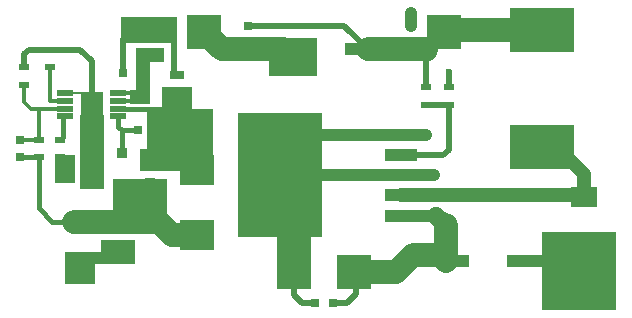
<source format=gtl>
G04 Layer_Physical_Order=1*
G04 Layer_Color=255*
%FSAX25Y25*%
%MOIN*%
G70*
G01*
G75*
%ADD10R,0.05315X0.01969*%
%ADD11R,0.07638X0.08543*%
%ADD12R,0.08504X0.07008*%
%ADD13R,0.03543X0.02362*%
%ADD14R,0.11811X0.09843*%
%ADD15R,0.03740X0.03543*%
%ADD16R,0.10000X0.10512*%
%ADD17R,0.05000X0.03000*%
%ADD18R,0.03150X0.03150*%
%ADD19R,0.06299X0.03543*%
%ADD20R,0.03150X0.03150*%
%ADD21R,0.15748X0.04331*%
%ADD22R,0.21654X0.15157*%
%ADD23R,0.28346X0.41732*%
%ADD24R,0.11024X0.04134*%
%ADD25C,0.07874*%
%ADD26C,0.04724*%
%ADD27C,0.03937*%
%ADD28C,0.01969*%
%ADD29C,0.05906*%
%ADD30C,0.01181*%
%ADD31C,0.01575*%
%ADD32C,0.00800*%
%ADD33R,0.07000X0.04500*%
%ADD34R,0.05000X0.14000*%
%ADD35R,0.04500X0.05000*%
%ADD36R,0.18000X0.20721*%
%ADD37R,0.10000X0.21500*%
%ADD38R,0.03000X0.07500*%
%ADD39R,0.18000X0.13000*%
%ADD40R,0.19000X0.09000*%
%ADD41R,0.11500X0.21500*%
%ADD42R,0.08000X0.24500*%
%ADD43R,0.07000X0.09500*%
%ADD44R,0.25000X0.26000*%
%ADD45R,0.10000X0.10500*%
%ADD46R,0.16000X0.13000*%
%ADD47R,0.11811X0.11811*%
%ADD48R,0.11811X0.07874*%
%ADD49C,0.02362*%
D10*
X0400260Y0261161D02*
D03*
Y0263720D02*
D03*
Y0266280D02*
D03*
Y0268839D02*
D03*
X0382740Y0261161D02*
D03*
Y0263720D02*
D03*
Y0266280D02*
D03*
Y0268839D02*
D03*
D11*
X0391500Y0265000D02*
D03*
D12*
X0555500Y0234374D02*
D03*
Y0218626D02*
D03*
D13*
X0377500Y0283453D02*
D03*
Y0277547D02*
D03*
X0381000Y0247547D02*
D03*
Y0253453D02*
D03*
X0374000Y0253453D02*
D03*
Y0247547D02*
D03*
X0369000Y0277500D02*
D03*
Y0271595D02*
D03*
X0503000Y0270953D02*
D03*
Y0265047D02*
D03*
X0510500Y0265047D02*
D03*
Y0270953D02*
D03*
X0411000Y0239547D02*
D03*
Y0245453D02*
D03*
D14*
X0426500Y0243327D02*
D03*
Y0221673D02*
D03*
D15*
X0401500Y0235110D02*
D03*
Y0248890D02*
D03*
D16*
X0420000Y0265744D02*
D03*
D17*
Y0275000D02*
D03*
D18*
X0402047Y0275500D02*
D03*
X0407953D02*
D03*
X0390453Y0240500D02*
D03*
X0384547D02*
D03*
X0412953Y0256500D02*
D03*
X0407047D02*
D03*
X0471953Y0199000D02*
D03*
X0466047D02*
D03*
D19*
X0385500Y0213898D02*
D03*
Y0226102D02*
D03*
D20*
X0367500Y0253453D02*
D03*
Y0247547D02*
D03*
X0498000Y0285547D02*
D03*
Y0291453D02*
D03*
X0443500Y0291453D02*
D03*
Y0285547D02*
D03*
D21*
X0537476Y0213000D02*
D03*
X0509524D02*
D03*
X0455524Y0283500D02*
D03*
X0483476D02*
D03*
D22*
X0541500Y0250913D02*
D03*
Y0290087D02*
D03*
D23*
X0454252Y0241500D02*
D03*
D24*
X0494409Y0254886D02*
D03*
Y0248193D02*
D03*
Y0241500D02*
D03*
Y0234807D02*
D03*
Y0228114D02*
D03*
D25*
X0479000Y0209250D02*
X0492750D01*
X0509837Y0290087D02*
X0541500D01*
X0509000Y0289250D02*
X0509837Y0290087D01*
X0434750Y0283500D02*
X0455524D01*
X0429000Y0289250D02*
X0434750Y0283500D01*
X0492750Y0209250D02*
X0498500Y0215000D01*
X0507524D01*
X0509524Y0213000D01*
Y0224976D01*
X0385602Y0226000D02*
X0400250D01*
X0418327Y0221673D02*
X0426500D01*
X0414000Y0226000D02*
X0418327Y0221673D01*
X0400250Y0226000D02*
X0414000D01*
X0483476Y0283500D02*
X0503000D01*
Y0283250D02*
Y0283500D01*
D26*
X0494409Y0234807D02*
X0555067D01*
X0546587Y0250913D02*
X0555500Y0242000D01*
Y0234374D02*
Y0242000D01*
D27*
X0555067Y0234807D02*
X0555500Y0234374D01*
X0494409Y0241500D02*
X0505500D01*
X0494409Y0254886D02*
X0502886D01*
X0541500Y0250913D02*
X0546587D01*
X0494409Y0228114D02*
X0506386D01*
X0454252Y0241500D02*
X0494409D01*
X0467638Y0254886D02*
X0494409D01*
X0454252Y0241500D02*
X0467638Y0254886D01*
X0537476Y0213000D02*
X0543500D01*
X0548000Y0208500D01*
X0498000Y0291453D02*
Y0295500D01*
X0385500Y0213898D02*
X0398148D01*
X0385500Y0207500D02*
Y0213898D01*
X0385000Y0208000D02*
X0385500Y0207500D01*
X0384750Y0208000D02*
X0385000D01*
D28*
X0494409Y0248193D02*
X0508693D01*
X0510500Y0250000D01*
Y0265047D01*
X0503000D02*
X0510500D01*
X0503000Y0265047D02*
X0503000Y0265047D01*
X0503000Y0270953D02*
Y0283250D01*
X0503250Y0283500D02*
X0509000Y0289250D01*
X0510500Y0270953D02*
Y0276000D01*
X0479000Y0209250D02*
X0479500Y0208750D01*
X0459000Y0201500D02*
Y0209250D01*
Y0201500D02*
X0461500Y0199000D01*
X0466047D01*
X0479500Y0202000D02*
Y0208750D01*
X0476500Y0199000D02*
X0479500Y0202000D01*
X0471953Y0199000D02*
X0476500D01*
X0369000Y0277500D02*
Y0282000D01*
X0370453Y0283453D01*
X0377500D01*
X0387547D01*
X0391500Y0279500D01*
Y0268500D02*
Y0279500D01*
X0419000Y0276000D02*
X0420000Y0275000D01*
X0402047Y0275500D02*
Y0287047D01*
X0402500Y0287500D01*
X0417500D01*
X0419000Y0286000D01*
Y0276000D02*
Y0286000D01*
X0443500Y0291453D02*
X0475524D01*
X0483476Y0283500D01*
D29*
X0506386Y0228114D02*
X0509524Y0224976D01*
D30*
X0400260Y0266280D02*
X0407279D01*
X0408547Y0267547D01*
X0400260Y0268839D02*
X0408339D01*
X0408547Y0269047D01*
Y0267547D02*
Y0269047D01*
Y0281547D01*
X0409000Y0282000D01*
X0423000Y0257500D02*
X0424000Y0256500D01*
X0412953D02*
X0424000D01*
X0425000Y0244827D02*
X0426500Y0243327D01*
X0423000Y0257500D02*
X0425000Y0244827D01*
X0423000Y0257500D02*
Y0264744D01*
X0412953Y0247406D02*
Y0256500D01*
X0411000Y0245453D02*
X0412953Y0247406D01*
X0367500Y0253453D02*
X0374000D01*
Y0263500D01*
X0371280Y0263720D02*
X0382740D01*
X0369000Y0266000D02*
Y0271595D01*
X0377500Y0266500D02*
Y0277547D01*
Y0266500D02*
X0377720Y0266280D01*
X0382740D01*
X0381000Y0253453D02*
X0382000Y0254453D01*
Y0260421D02*
X0382740Y0261161D01*
X0369000Y0266000D02*
X0371280Y0263720D01*
D31*
X0400260D02*
X0423976D01*
X0400260Y0257740D02*
Y0261161D01*
Y0257740D02*
X0401500Y0256500D01*
X0407047D01*
X0385500Y0226102D02*
X0385602Y0226000D01*
X0401500Y0227250D02*
Y0235110D01*
X0400250Y0226000D02*
X0401500Y0227250D01*
Y0248890D02*
Y0256500D01*
X0374000Y0230500D02*
Y0247547D01*
Y0230500D02*
X0378398Y0226102D01*
X0385500D01*
X0367500Y0247547D02*
X0374000D01*
X0401500Y0235110D02*
X0405937Y0239547D01*
X0411000D01*
X0382000Y0254453D02*
Y0260421D01*
D32*
X0382740Y0268839D02*
X0391161D01*
X0391500Y0268500D01*
X0381000Y0244047D02*
Y0247547D01*
Y0244047D02*
X0384547Y0240500D01*
X0390453Y0263953D02*
X0391500Y0265000D01*
X0390453Y0240500D02*
Y0263953D01*
X0398148Y0213898D02*
X0400250Y0216000D01*
D33*
X0407500Y0267750D02*
D03*
D34*
X0408500Y0277000D02*
D03*
D35*
X0413250Y0281500D02*
D03*
D36*
X0423000Y0253360D02*
D03*
D37*
X0415000Y0253750D02*
D03*
D38*
X0409000Y0246750D02*
D03*
D39*
X0407500Y0234000D02*
D03*
D40*
X0410500Y0290000D02*
D03*
D41*
X0458750Y0214250D02*
D03*
D42*
X0391500Y0249250D02*
D03*
D43*
X0382500Y0243750D02*
D03*
D44*
X0554000Y0209500D02*
D03*
D45*
X0387500Y0210750D02*
D03*
D46*
X0458500Y0281000D02*
D03*
D47*
X0429000Y0289250D02*
D03*
X0479000Y0209250D02*
D03*
X0509000Y0289250D02*
D03*
X0459000Y0209250D02*
D03*
D48*
X0400250Y0226000D02*
D03*
Y0216000D02*
D03*
D49*
X0393665Y0262835D02*
D03*
X0389335D02*
D03*
X0393665Y0267165D02*
D03*
X0389335D02*
D03*
X0505500Y0241500D02*
D03*
X0502886Y0254886D02*
D03*
X0510500Y0276000D02*
D03*
X0409000Y0282000D02*
D03*
X0413000D02*
D03*
X0404500Y0292500D02*
D03*
X0408500D02*
D03*
X0412500D02*
D03*
X0416500D02*
D03*
Y0289000D02*
D03*
X0412500D02*
D03*
X0408500D02*
D03*
X0404500D02*
D03*
X0442500Y0259000D02*
D03*
X0448000D02*
D03*
X0453000D02*
D03*
X0458500D02*
D03*
X0463500D02*
D03*
Y0254500D02*
D03*
X0458500D02*
D03*
X0453000D02*
D03*
X0448000D02*
D03*
X0442500D02*
D03*
X0463500Y0250000D02*
D03*
X0458500D02*
D03*
X0453000D02*
D03*
X0448000D02*
D03*
X0442500D02*
D03*
X0463500Y0245500D02*
D03*
X0458500D02*
D03*
X0453000D02*
D03*
X0448000D02*
D03*
X0442500D02*
D03*
X0463500Y0241000D02*
D03*
X0458500D02*
D03*
X0453000D02*
D03*
X0448000D02*
D03*
X0442500D02*
D03*
X0463500Y0236500D02*
D03*
X0458500D02*
D03*
X0453000D02*
D03*
X0448000D02*
D03*
X0442500D02*
D03*
X0463500Y0232000D02*
D03*
X0458500D02*
D03*
X0453000D02*
D03*
X0448000D02*
D03*
X0548000Y0208500D02*
D03*
X0553000D02*
D03*
X0557500D02*
D03*
X0562000D02*
D03*
Y0204000D02*
D03*
X0557500D02*
D03*
X0553000D02*
D03*
X0548000D02*
D03*
X0562000Y0200000D02*
D03*
X0557500D02*
D03*
X0553000D02*
D03*
X0548000D02*
D03*
X0498000Y0295500D02*
D03*
X0384750Y0208000D02*
D03*
X0389000D02*
D03*
X0453500Y0277000D02*
D03*
X0458000D02*
D03*
X0462500D02*
D03*
M02*

</source>
